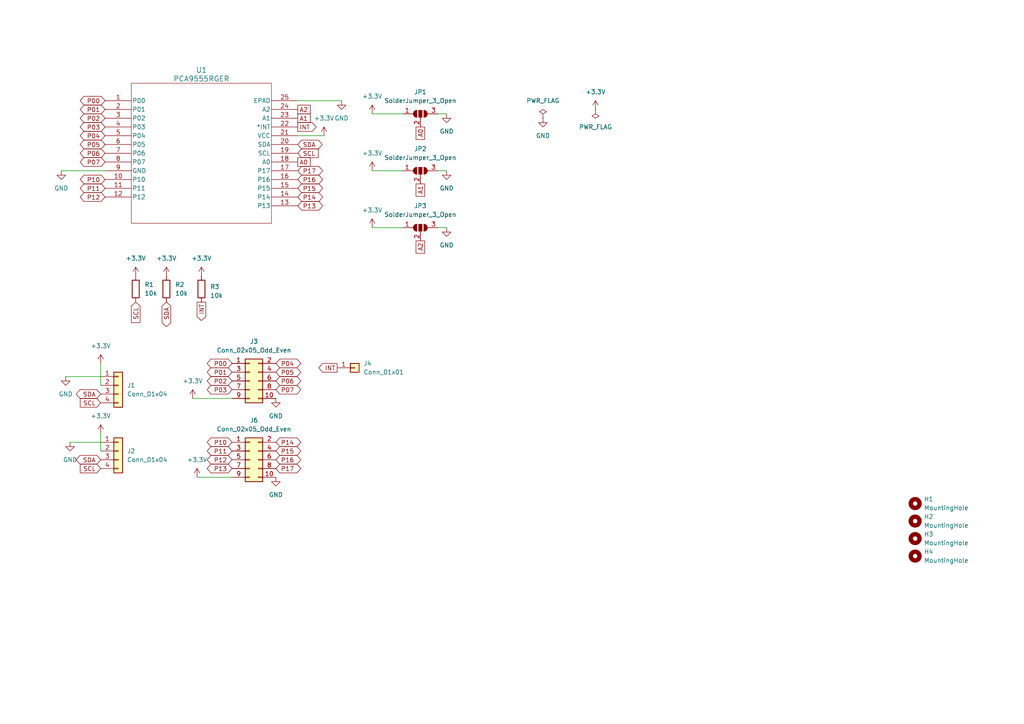
<source format=kicad_sch>
(kicad_sch (version 20230121) (generator eeschema)
  (paper "A4")
  (title_block (title "16pin GPIO Expander") (date "2022-09-23") (rev "1") (company "Because I'm Clever"))
  (lib_symbols
    (symbol "Conn_02x05_Odd_Even_1" (pin_names (offset 1.016) hide)
      (property "Reference" "J" (at 1.27 7.62 0))
      (property "Value" "Conn_02x05_Odd_Even_1" (at 1.27 -7.62 0))
      (symbol "Conn_02x05_Odd_Even_1_1_1"
        (rectangle (start -1.27 -4.953) (end 0 -5.207) (stroke (width 0.1524)))
        (rectangle (start -1.27 -2.413) (end 0 -2.667) (stroke (width 0.1524)))
        (rectangle (start -1.27 0.127) (end 0 -0.127) (stroke (width 0.1524)))
        (rectangle (start -1.27 2.667) (end 0 2.413) (stroke (width 0.1524)))
        (rectangle (start -1.27 5.207) (end 0 4.953) (stroke (width 0.1524)))
        (rectangle (start -1.27 6.35) (end 3.81 -6.35) (stroke (width 0.254)) (fill (type background)))
        (rectangle (start 3.81 -4.953) (end 2.54 -5.207) (stroke (width 0.1524)))
        (rectangle (start 3.81 -2.413) (end 2.54 -2.667) (stroke (width 0.1524)))
        (rectangle (start 3.81 0.127) (end 2.54 -0.127) (stroke (width 0.1524)))
        (rectangle (start 3.81 2.667) (end 2.54 2.413) (stroke (width 0.1524)))
        (rectangle (start 3.81 5.207) (end 2.54 4.953) (stroke (width 0.1524)))
        (pin passive line (at -5.08 5.08 0) (length 3.81) (name "Pin_1") (number "1"))
        (pin passive line (at 7.62 -5.08 180) (length 3.81) (name "Pin_10") (number "10"))
        (pin passive line (at 7.62 5.08 180) (length 3.81) (name "Pin_2") (number "2"))
        (pin passive line (at -5.08 2.54 0) (length 3.81) (name "Pin_3") (number "3"))
        (pin passive line (at 7.62 2.54 180) (length 3.81) (name "Pin_4") (number "4"))
        (pin passive line (at -5.08 0 0) (length 3.81) (name "Pin_5") (number "5"))
        (pin passive line (at 7.62 0 180) (length 3.81) (name "Pin_6") (number "6"))
        (pin passive line (at -5.08 -2.54 0) (length 3.81) (name "Pin_7") (number "7"))
        (pin passive line (at 7.62 -2.54 180) (length 3.81) (name "Pin_8") (number "8"))
        (pin passive line (at -5.08 -5.08 0) (length 3.81) (name "Pin_9") (number "9"))
      )
    )
    (symbol "Connector_Generic:Conn_01x01" (pin_names (offset 1.016) hide)
      (property "Reference" "J" (at 0 2.54 0))
      (property "Value" "Conn_01x01" (at 0 -2.54 0))
      (symbol "Conn_01x01_1_1"
        (rectangle (start -1.27 0.127) (end 0 -0.127) (stroke (width 0.1524)))
        (rectangle (start -1.27 1.27) (end 1.27 -1.27) (stroke (width 0.254)) (fill (type background)))
        (pin passive line (at -5.08 0 0) (length 3.81) (name "Pin_1") (number "1"))
      )
    )
    (symbol "Connector_Generic:Conn_01x04" (pin_names (offset 1.016) hide)
      (property "Reference" "J" (at 0 5.08 0))
      (property "Value" "Conn_01x04" (at 0 -7.62 0))
      (symbol "Conn_01x04_1_1"
        (rectangle (start -1.27 -4.953) (end 0 -5.207) (stroke (width 0.1524)))
        (rectangle (start -1.27 -2.413) (end 0 -2.667) (stroke (width 0.1524)))
        (rectangle (start -1.27 0.127) (end 0 -0.127) (stroke (width 0.1524)))
        (rectangle (start -1.27 2.667) (end 0 2.413) (stroke (width 0.1524)))
        (rectangle (start -1.27 3.81) (end 1.27 -6.35) (stroke (width 0.254)) (fill (type background)))
        (pin passive line (at -5.08 2.54 0) (length 3.81) (name "Pin_1") (number "1"))
        (pin passive line (at -5.08 0 0) (length 3.81) (name "Pin_2") (number "2"))
        (pin passive line (at -5.08 -2.54 0) (length 3.81) (name "Pin_3") (number "3"))
        (pin passive line (at -5.08 -5.08 0) (length 3.81) (name "Pin_4") (number "4"))
      )
    )
    (symbol "Connector_Generic:Conn_02x05_Odd_Even" (pin_names (offset 1.016) hide)
      (property "Reference" "J" (at 1.27 7.62 0))
      (property "Value" "Conn_02x05_Odd_Even" (at 1.27 -7.62 0))
      (symbol "Conn_02x05_Odd_Even_1_1"
        (rectangle (start -1.27 -4.953) (end 0 -5.207) (stroke (width 0.1524)))
        (rectangle (start -1.27 -2.413) (end 0 -2.667) (stroke (width 0.1524)))
        (rectangle (start -1.27 0.127) (end 0 -0.127) (stroke (width 0.1524)))
        (rectangle (start -1.27 2.667) (end 0 2.413) (stroke (width 0.1524)))
        (rectangle (start -1.27 5.207) (end 0 4.953) (stroke (width 0.1524)))
        (rectangle (start -1.27 6.35) (end 3.81 -6.35) (stroke (width 0.254)) (fill (type background)))
        (rectangle (start 3.81 -4.953) (end 2.54 -5.207) (stroke (width 0.1524)))
        (rectangle (start 3.81 -2.413) (end 2.54 -2.667) (stroke (width 0.1524)))
        (rectangle (start 3.81 0.127) (end 2.54 -0.127) (stroke (width 0.1524)))
        (rectangle (start 3.81 2.667) (end 2.54 2.413) (stroke (width 0.1524)))
        (rectangle (start 3.81 5.207) (end 2.54 4.953) (stroke (width 0.1524)))
        (pin passive line (at -5.08 5.08 0) (length 3.81) (name "Pin_1") (number "1"))
        (pin passive line (at 7.62 -5.08 180) (length 3.81) (name "Pin_10") (number "10"))
        (pin passive line (at 7.62 5.08 180) (length 3.81) (name "Pin_2") (number "2"))
        (pin passive line (at -5.08 2.54 0) (length 3.81) (name "Pin_3") (number "3"))
        (pin passive line (at 7.62 2.54 180) (length 3.81) (name "Pin_4") (number "4"))
        (pin passive line (at -5.08 0 0) (length 3.81) (name "Pin_5") (number "5"))
        (pin passive line (at 7.62 0 180) (length 3.81) (name "Pin_6") (number "6"))
        (pin passive line (at -5.08 -2.54 0) (length 3.81) (name "Pin_7") (number "7"))
        (pin passive line (at 7.62 -2.54 180) (length 3.81) (name "Pin_8") (number "8"))
        (pin passive line (at -5.08 -5.08 0) (length 3.81) (name "Pin_9") (number "9"))
      )
    )
    (symbol "Device:R" (pin_numbers hide) (pin_names (offset 0))
      (property "Reference" "R" (at 2.032 0 90))
      (property "Value" "R" (at 0 0 90))
      (symbol "R_0_1"
        (rectangle (start -1.016 -2.54) (end 1.016 2.54) (stroke (width 0.254)))
      )
      (symbol "R_1_1"
        (pin passive line (at 0 3.81 270) (length 1.27) (name "~") (number "1"))
        (pin passive line (at 0 -3.81 90) (length 1.27) (name "~") (number "2"))
      )
    )
    (symbol "GND_1" (power) (pin_names (offset 0))
      (property "Value" "GND_1" (at 0 -3.81 0))
      (symbol "GND_1_0_1"
        (polyline (pts (xy 0 0) (xy 0 -1.27) (xy 1.27 -1.27) (xy 0 -2.54) (xy -1.27 -1.27) (xy 0 -1.27)))
      )
      (symbol "GND_1_1_1"
        (pin power_in line (at 0 0 270) (length 0) hide (name "GND") (number "1"))
      )
    )
    (symbol "Jumper:SolderJumper_3_Open" (pin_names (offset 0) hide)
      (property "Reference" "JP" (at -2.54 -2.54 0))
      (property "Value" "SolderJumper_3_Open" (at 0 2.794 0))
      (symbol "SolderJumper_3_Open_0_1"
        (arc (start -1.016 1.016) (mid -2.0276 0) (end -1.016 -1.016))
        (arc (start -1.016 1.016) (mid -2.0276 0) (end -1.016 -1.016) (fill (type outline)))
        (rectangle (start -0.508 1.016) (end 0.508 -1.016) (fill (type outline)))
        (polyline (pts (xy -2.54 0) (xy -2.032 0)))
        (polyline (pts (xy -1.016 1.016) (xy -1.016 -1.016)))
        (polyline (pts (xy 0 -1.27) (xy 0 -1.016)))
        (polyline (pts (xy 1.016 1.016) (xy 1.016 -1.016)))
        (polyline (pts (xy 2.54 0) (xy 2.032 0)))
        (arc (start 1.016 -1.016) (mid 2.0276 0) (end 1.016 1.016))
        (arc (start 1.016 -1.016) (mid 2.0276 0) (end 1.016 1.016) (fill (type outline)))
      )
      (symbol "SolderJumper_3_Open_1_1"
        (pin passive line (at -5.08 0 0) (length 2.54) (name "A") (number "1"))
        (pin passive line (at 0 -3.81 90) (length 2.54) (name "C") (number "2"))
        (pin passive line (at 5.08 0 180) (length 2.54) (name "B") (number "3"))
      )
    )
    (symbol "Mechanical:MountingHole" (pin_names (offset 1.016))
      (property "Reference" "H" (at 0 5.08 0))
      (property "Value" "MountingHole" (at 0 3.175 0))
      (symbol "MountingHole_0_1"
        (circle (center 0 0) (radius 1.27) (stroke (width 1.27)))
      )
    )
    (symbol "PCA9555RGER:PCA9555RGER" (pin_names (offset 0.254))
      (property "Reference" "U" (at 27.94 10.16 0))
      (property "Value" "PCA9555RGER" (at 27.94 7.62 0))
      (symbol "PCA9555RGER_0_1"
        (polyline (pts (xy 7.62 -35.56) (xy 48.26 -35.56)) (stroke (width 0.127)))
        (polyline (pts (xy 7.62 5.08) (xy 7.62 -35.56)) (stroke (width 0.127)))
        (polyline (pts (xy 48.26 -35.56) (xy 48.26 5.08)) (stroke (width 0.127)))
        (polyline (pts (xy 48.26 5.08) (xy 7.62 5.08)) (stroke (width 0.127)))
        (pin bidirectional line (at 0 0 0) (length 7.62) (name "P00") (number "1"))
        (pin bidirectional line (at 0 -22.86 0) (length 7.62) (name "P10") (number "10"))
        (pin bidirectional line (at 0 -25.4 0) (length 7.62) (name "P11") (number "11"))
        (pin bidirectional line (at 0 -27.94 0) (length 7.62) (name "P12") (number "12"))
        (pin bidirectional line (at 55.88 -30.48 180) (length 7.62) (name "P13") (number "13"))
        (pin bidirectional line (at 55.88 -27.94 180) (length 7.62) (name "P14") (number "14"))
        (pin bidirectional line (at 55.88 -25.4 180) (length 7.62) (name "P15") (number "15"))
        (pin bidirectional line (at 55.88 -22.86 180) (length 7.62) (name "P16") (number "16"))
        (pin bidirectional line (at 55.88 -20.32 180) (length 7.62) (name "P17") (number "17"))
        (pin input line (at 55.88 -17.78 180) (length 7.62) (name "A0") (number "18"))
        (pin bidirectional line (at 55.88 -15.24 180) (length 7.62) (name "SCL") (number "19"))
        (pin bidirectional line (at 0 -2.54 0) (length 7.62) (name "P01") (number "2"))
        (pin bidirectional line (at 55.88 -12.7 180) (length 7.62) (name "SDA") (number "20"))
        (pin power_in line (at 55.88 -10.16 180) (length 7.62) (name "VCC") (number "21"))
        (pin output line (at 55.88 -7.62 180) (length 7.62) (name "*INT") (number "22"))
        (pin input line (at 55.88 -5.08 180) (length 7.62) (name "A1") (number "23"))
        (pin input line (at 55.88 -2.54 180) (length 7.62) (name "A2") (number "24"))
        (pin power_in line (at 55.88 0 180) (length 7.62) (name "EPAD") (number "25"))
        (pin bidirectional line (at 0 -5.08 0) (length 7.62) (name "P02") (number "3"))
        (pin bidirectional line (at 0 -7.62 0) (length 7.62) (name "P03") (number "4"))
        (pin bidirectional line (at 0 -10.16 0) (length 7.62) (name "P04") (number "5"))
        (pin bidirectional line (at 0 -12.7 0) (length 7.62) (name "P05") (number "6"))
        (pin bidirectional line (at 0 -15.24 0) (length 7.62) (name "P06") (number "7"))
        (pin bidirectional line (at 0 -17.78 0) (length 7.62) (name "P07") (number "8"))
        (pin power_in line (at 0 -20.32 0) (length 7.62) (name "GND") (number "9"))
      )
    )
    (symbol "power:+3.3V" (power) (pin_names (offset 0))
      (property "Value" "+3.3V" (at 0 3.556 0))
      (symbol "+3.3V_0_1"
        (polyline (pts (xy -0.762 1.27) (xy 0 2.54)))
        (polyline (pts (xy 0 0) (xy 0 2.54)))
        (polyline (pts (xy 0 2.54) (xy 0.762 1.27)))
      )
      (symbol "+3.3V_1_1"
        (pin power_in line (at 0 0 90) (length 0) hide (name "+3.3V") (number "1"))
      )
    )
    (symbol "power:GND" (power) (pin_names (offset 0))
      (property "Value" "GND" (at 0 -3.81 0))
      (symbol "GND_0_1"
        (polyline (pts (xy 0 0) (xy 0 -1.27) (xy 1.27 -1.27) (xy 0 -2.54) (xy -1.27 -1.27) (xy 0 -1.27)))
      )
      (symbol "GND_1_1"
        (pin power_in line (at 0 0 270) (length 0) hide (name "GND") (number "1"))
      )
    )
    (symbol "power:PWR_FLAG" (power) (pin_numbers hide) (pin_names (offset 0) hide)
      (property "Value" "PWR_FLAG" (at 0 3.81 0))
      (symbol "PWR_FLAG_0_0"
        (pin power_out line (at 0 0 90) (length 0) (name "pwr") (number "1"))
      )
      (symbol "PWR_FLAG_0_1"
        (polyline (pts (xy 0 0) (xy 0 1.27) (xy -1.016 1.905) (xy 0 2.54) (xy 1.016 1.905) (xy 0 1.27)))
      )
    )
  )
  (wire (pts (xy 107.95 33.02) (xy 116.84 33.02)))
  (wire (pts (xy 129.54 66.04) (xy 127 66.04)))
  (wire (pts (xy 19.05 109.22) (xy 29.21 109.22)))
  (wire (pts (xy 29.21 105.41) (xy 29.21 111.76)))
  (wire (pts (xy 29.21 125.73) (xy 29.21 130.81)))
  (wire (pts (xy 17.78 49.53) (xy 30.48 49.53)))
  (wire (pts (xy 99.06 29.21) (xy 86.36 29.21)))
  (wire (pts (xy 129.54 49.53) (xy 127 49.53)))
  (wire (pts (xy 20.32 128.27) (xy 29.21 128.27)))
  (wire (pts (xy 57.15 138.43) (xy 67.31 138.43)))
  (wire (pts (xy 107.95 66.04) (xy 116.84 66.04)))
  (wire (pts (xy 55.88 115.57) (xy 67.31 115.57)))
  (wire (pts (xy 93.98 39.37) (xy 86.36 39.37)))
  (wire (pts (xy 129.54 33.02) (xy 127 33.02)))
  (wire (pts (xy 107.95 49.53) (xy 116.84 49.53)))
  (global_label "P10" (shape bidirectional) (at 67.31 128.27 180) (property "Intersheetrefs" "${INTERSHEET_REFS}" (effects hide)))
  (global_label "A1" (shape passive) (at 86.36 34.29 0) (property "Intersheetrefs" "${INTERSHEET_REFS}" (effects hide)))
  (global_label "P15" (shape bidirectional) (at 86.36 54.61 0) (property "Intersheetrefs" "${INTERSHEET_REFS}" (effects hide)))
  (global_label "P14" (shape bidirectional) (at 86.36 57.15 0) (property "Intersheetrefs" "${INTERSHEET_REFS}" (effects hide)))
  (global_label "P00" (shape bidirectional) (at 30.48 29.21 180) (property "Intersheetrefs" "${INTERSHEET_REFS}" (effects hide)))
  (global_label "SCL" (shape input) (at 86.36 44.45 0) (property "Intersheetrefs" "${INTERSHEET_REFS}" (effects hide)))
  (global_label "P13" (shape bidirectional) (at 67.31 135.89 180) (property "Intersheetrefs" "${INTERSHEET_REFS}" (effects hide)))
  (global_label "SCL" (shape input) (at 29.21 116.84 180) (property "Intersheetrefs" "${INTERSHEET_REFS}" (effects hide)))
  (global_label "P14" (shape bidirectional) (at 80.01 128.27 0) (property "Intersheetrefs" "${INTERSHEET_REFS}" (effects hide)))
  (global_label "SDA" (shape bidirectional) (at 86.36 41.91 0) (property "Intersheetrefs" "${INTERSHEET_REFS}" (effects hide)))
  (global_label "P06" (shape bidirectional) (at 80.01 110.49 0) (property "Intersheetrefs" "${INTERSHEET_REFS}" (effects hide)))
  (global_label "P11" (shape bidirectional) (at 30.48 54.61 180) (property "Intersheetrefs" "${INTERSHEET_REFS}" (effects hide)))
  (global_label "SCL" (shape input) (at 29.21 135.89 180) (property "Intersheetrefs" "${INTERSHEET_REFS}" (effects hide)))
  (global_label "P06" (shape bidirectional) (at 30.48 44.45 180) (property "Intersheetrefs" "${INTERSHEET_REFS}" (effects hide)))
  (global_label "P12" (shape bidirectional) (at 67.31 133.35 180) (property "Intersheetrefs" "${INTERSHEET_REFS}" (effects hide)))
  (global_label "P16" (shape bidirectional) (at 86.36 52.07 0) (property "Intersheetrefs" "${INTERSHEET_REFS}" (effects hide)))
  (global_label "P04" (shape bidirectional) (at 80.01 105.41 0) (property "Intersheetrefs" "${INTERSHEET_REFS}" (effects hide)))
  (global_label "INT" (shape output) (at 58.42 87.63 270) (property "Intersheetrefs" "${INTERSHEET_REFS}" (effects hide)))
  (global_label "P16" (shape bidirectional) (at 80.01 133.35 0) (property "Intersheetrefs" "${INTERSHEET_REFS}" (effects hide)))
  (global_label "SDA" (shape bidirectional) (at 29.21 114.3 180) (property "Intersheetrefs" "${INTERSHEET_REFS}" (effects hide)))
  (global_label "P03" (shape bidirectional) (at 67.31 113.03 180) (property "Intersheetrefs" "${INTERSHEET_REFS}" (effects hide)))
  (global_label "A2" (shape passive) (at 121.92 69.85 270) (property "Intersheetrefs" "${INTERSHEET_REFS}" (effects hide)))
  (global_label "P02" (shape bidirectional) (at 30.48 34.29 180) (property "Intersheetrefs" "${INTERSHEET_REFS}" (effects hide)))
  (global_label "P10" (shape bidirectional) (at 30.48 52.07 180) (property "Intersheetrefs" "${INTERSHEET_REFS}" (effects hide)))
  (global_label "P12" (shape bidirectional) (at 30.48 57.15 180) (property "Intersheetrefs" "${INTERSHEET_REFS}" (effects hide)))
  (global_label "P02" (shape bidirectional) (at 67.31 110.49 180) (property "Intersheetrefs" "${INTERSHEET_REFS}" (effects hide)))
  (global_label "P17" (shape bidirectional) (at 80.01 135.89 0) (property "Intersheetrefs" "${INTERSHEET_REFS}" (effects hide)))
  (global_label "P13" (shape bidirectional) (at 86.36 59.69 0) (property "Intersheetrefs" "${INTERSHEET_REFS}" (effects hide)))
  (global_label "P05" (shape bidirectional) (at 30.48 41.91 180) (property "Intersheetrefs" "${INTERSHEET_REFS}" (effects hide)))
  (global_label "P04" (shape bidirectional) (at 30.48 39.37 180) (property "Intersheetrefs" "${INTERSHEET_REFS}" (effects hide)))
  (global_label "P03" (shape bidirectional) (at 30.48 36.83 180) (property "Intersheetrefs" "${INTERSHEET_REFS}" (effects hide)))
  (global_label "P00" (shape bidirectional) (at 67.31 105.41 180) (property "Intersheetrefs" "${INTERSHEET_REFS}" (effects hide)))
  (global_label "P01" (shape bidirectional) (at 30.48 31.75 180) (property "Intersheetrefs" "${INTERSHEET_REFS}" (effects hide)))
  (global_label "A0" (shape passive) (at 86.36 46.99 0) (property "Intersheetrefs" "${INTERSHEET_REFS}" (effects hide)))
  (global_label "SCL" (shape input) (at 39.37 87.63 270) (property "Intersheetrefs" "${INTERSHEET_REFS}" (effects hide)))
  (global_label "INT" (shape output) (at 97.79 106.68 180) (property "Intersheetrefs" "${INTERSHEET_REFS}" (effects hide)))
  (global_label "P15" (shape bidirectional) (at 80.01 130.81 0) (property "Intersheetrefs" "${INTERSHEET_REFS}" (effects hide)))
  (global_label "SDA" (shape bidirectional) (at 48.26 87.63 270) (property "Intersheetrefs" "${INTERSHEET_REFS}" (effects hide)))
  (global_label "P05" (shape bidirectional) (at 80.01 107.95 0) (property "Intersheetrefs" "${INTERSHEET_REFS}" (effects hide)))
  (global_label "SDA" (shape bidirectional) (at 29.21 133.35 180) (property "Intersheetrefs" "${INTERSHEET_REFS}" (effects hide)))
  (global_label "P07" (shape bidirectional) (at 30.48 46.99 180) (property "Intersheetrefs" "${INTERSHEET_REFS}" (effects hide)))
  (global_label "P07" (shape bidirectional) (at 80.01 113.03 0) (property "Intersheetrefs" "${INTERSHEET_REFS}" (effects hide)))
  (global_label "A0" (shape passive) (at 121.92 36.83 270) (property "Intersheetrefs" "${INTERSHEET_REFS}" (effects hide)))
  (global_label "A2" (shape passive) (at 86.36 31.75 0) (property "Intersheetrefs" "${INTERSHEET_REFS}" (effects hide)))
  (global_label "P17" (shape bidirectional) (at 86.36 49.53 0) (property "Intersheetrefs" "${INTERSHEET_REFS}" (effects hide)))
  (global_label "P11" (shape bidirectional) (at 67.31 130.81 180) (property "Intersheetrefs" "${INTERSHEET_REFS}" (effects hide)))
  (global_label "INT" (shape output) (at 86.36 36.83 0) (property "Intersheetrefs" "${INTERSHEET_REFS}" (effects hide)))
  (global_label "P01" (shape bidirectional) (at 67.31 107.95 180) (property "Intersheetrefs" "${INTERSHEET_REFS}" (effects hide)))
  (global_label "A1" (shape passive) (at 121.92 53.34 270) (property "Intersheetrefs" "${INTERSHEET_REFS}" (effects hide)))
  (symbol (lib_id "power:GND") (at 19.05 109.22 0) (unit 1)
    (property "Reference" "#PWR0102" (effects hide))
    (property "Value" "GND" (at 19.05 114.3 0))
  )
  (symbol (lib_id "power:+3.3V") (at 107.95 66.04 0) (unit 1)
    (property "Reference" "#PWR013" (effects hide))
    (property "Value" "+3.3V" (at 107.95 60.96 0))
  )
  (symbol (lib_id "Connector_Generic:Conn_01x04") (at 34.29 130.81 0) (unit 1)
    (property "Reference" "J2" (at 36.83 130.8099 0) (effects (justify left)))
    (property "Value" "Conn_01x04" (at 36.83 133.3499 0) (effects (justify left)))
    (property "Footprint" "Connector_JST:JST_SH_SM04B-SRSS-TB_1x04-1MP_P1.00mm_Horizontal" (effects hide))
  )
  (symbol (lib_id "power:GND") (at 157.48 34.29 0) (unit 1)
    (property "Reference" "#PWR0105" (effects hide))
    (property "Value" "GND" (at 157.48 39.37 0))
  )
  (symbol (lib_id "Jumper:SolderJumper_3_Open") (at 121.92 66.04 0) (unit 1)
    (property "Reference" "JP3" (at 121.92 59.69 0))
    (property "Value" "SolderJumper_3_Open" (at 121.92 62.23 0))
    (property "Footprint" "Jumper:SolderJumper-3_P1.3mm_Open_Pad1.0x1.5mm" (effects hide))
  )
  (symbol (lib_id "power:+3.3V") (at 29.21 105.41 0) (unit 1)
    (property "Reference" "#PWR0101" (effects hide))
    (property "Value" "+3.3V" (at 29.21 100.33 0))
  )
  (symbol (lib_id "power:+3.3V") (at 107.95 49.53 0) (unit 1)
    (property "Reference" "#PWR012" (effects hide))
    (property "Value" "+3.3V" (at 107.95 44.45 0))
  )
  (symbol (lib_id "Connector_Generic:Conn_01x04") (at 34.29 111.76 0) (unit 1)
    (property "Reference" "J1" (at 36.83 111.7599 0) (effects (justify left)))
    (property "Value" "Conn_01x04" (at 36.83 114.2999 0) (effects (justify left)))
    (property "Footprint" "Connector_JST:JST_SH_SM04B-SRSS-TB_1x04-1MP_P1.00mm_Horizontal" (effects hide))
  )
  (symbol (lib_id "Device:R") (at 39.37 83.82 0) (unit 1)
    (property "Reference" "R1" (at 41.91 82.5499 0) (effects (justify left)))
    (property "Value" "10k" (at 41.91 85.0899 0) (effects (justify left)))
    (property "Footprint" "Resistor_SMD:R_0805_2012Metric_Pad1.20x1.40mm_HandSolder" (effects hide))
  )
  (symbol (lib_name "GND_1") (lib_id "power:GND") (at 99.06 29.21 0) (unit 1)
    (property "Reference" "#PWR017" (effects hide))
    (property "Value" "GND" (at 99.06 34.29 0))
  )
  (symbol (lib_id "power:GND") (at 80.01 115.57 0) (unit 1)
    (property "Reference" "#PWR010" (effects hide))
    (property "Value" "GND" (at 80.01 120.65 0))
  )
  (symbol (lib_id "power:+3.3V") (at 107.95 33.02 0) (unit 1)
    (property "Reference" "#PWR011" (effects hide))
    (property "Value" "+3.3V" (at 107.95 27.94 0))
  )
  (symbol (lib_id "power:GND") (at 129.54 66.04 0) (unit 1)
    (property "Reference" "#PWR016" (effects hide))
    (property "Value" "GND" (at 129.54 71.12 0))
  )
  (symbol (lib_id "power:GND") (at 129.54 33.02 0) (unit 1)
    (property "Reference" "#PWR014" (effects hide))
    (property "Value" "GND" (at 129.54 38.1 0))
  )
  (symbol (lib_id "power:GND") (at 20.32 128.27 0) (unit 1)
    (property "Reference" "#PWR0103" (effects hide))
    (property "Value" "GND" (at 20.32 133.35 0))
  )
  (symbol (lib_id "power:GND") (at 80.01 138.43 0) (unit 1)
    (property "Reference" "#PWR02" (effects hide))
    (property "Value" "GND" (at 80.01 143.51 0))
  )
  (symbol (lib_id "Device:R") (at 58.42 83.82 0) (unit 1)
    (property "Reference" "R3" (at 60.96 83.185 0) (effects (justify left)))
    (property "Value" "10k" (at 60.96 85.725 0) (effects (justify left)))
    (property "Footprint" "Resistor_SMD:R_0805_2012Metric_Pad1.20x1.40mm_HandSolder" (effects hide))
  )
  (symbol (lib_id "power:+3.3V") (at 93.98 39.37 0) (unit 1)
    (property "Reference" "#PWR05" (effects hide))
    (property "Value" "+3.3V" (at 93.98 34.29 0))
  )
  (symbol (lib_id "Mechanical:MountingHole") (at 265.43 156.21 0) (unit 1)
    (property "Reference" "H3" (at 267.97 154.9399 0) (effects (justify left)))
    (property "Value" "MountingHole" (at 267.97 157.4799 0) (effects (justify left)))
    (property "Footprint" "MountingHole:MountingHole_2.5mm" (effects hide))
  )
  (symbol (lib_id "power:+3.3V") (at 39.37 80.01 0) (unit 1)
    (property "Reference" "#PWR06" (effects hide))
    (property "Value" "+3.3V" (at 39.37 74.93 0))
  )
  (symbol (lib_id "Mechanical:MountingHole") (at 265.43 151.13 0) (unit 1)
    (property "Reference" "H2" (at 267.97 149.8599 0) (effects (justify left)))
    (property "Value" "MountingHole" (at 267.97 152.3999 0) (effects (justify left)))
    (property "Footprint" "MountingHole:MountingHole_2.5mm" (effects hide))
  )
  (symbol (lib_id "Device:R") (at 48.26 83.82 0) (unit 1)
    (property "Reference" "R2" (at 50.8 82.5499 0) (effects (justify left)))
    (property "Value" "10k" (at 50.8 85.0899 0) (effects (justify left)))
    (property "Footprint" "Resistor_SMD:R_0805_2012Metric_Pad1.20x1.40mm_HandSolder" (effects hide))
  )
  (symbol (lib_id "Jumper:SolderJumper_3_Open") (at 121.92 33.02 0) (unit 1)
    (property "Reference" "JP1" (at 121.92 26.67 0))
    (property "Value" "SolderJumper_3_Open" (at 121.92 29.21 0))
    (property "Footprint" "Jumper:SolderJumper-3_P1.3mm_Open_Pad1.0x1.5mm" (effects hide))
  )
  (symbol (lib_id "power:+3.3V") (at 57.15 138.43 0) (unit 1)
    (property "Reference" "#PWR01" (effects hide))
    (property "Value" "+3.3V" (at 57.15 133.35 0))
  )
  (symbol (lib_id "power:+3.3V") (at 48.26 80.01 0) (unit 1)
    (property "Reference" "#PWR07" (effects hide))
    (property "Value" "+3.3V" (at 48.26 74.93 0))
  )
  (symbol (lib_id "Mechanical:MountingHole") (at 265.43 161.29 0) (unit 1)
    (property "Reference" "H4" (at 267.97 160.0199 0) (effects (justify left)))
    (property "Value" "MountingHole" (at 267.97 162.5599 0) (effects (justify left)))
    (property "Footprint" "MountingHole:MountingHole_2.5mm" (effects hide))
  )
  (symbol (lib_id "Mechanical:MountingHole") (at 265.43 146.05 0) (unit 1)
    (property "Reference" "H1" (at 267.97 144.7799 0) (effects (justify left)))
    (property "Value" "MountingHole" (at 267.97 147.3199 0) (effects (justify left)))
    (property "Footprint" "MountingHole:MountingHole_2.5mm" (effects hide))
  )
  (symbol (lib_id "power:+3.3V") (at 172.72 31.75 0) (unit 1)
    (property "Reference" "#PWR04" (effects hide))
    (property "Value" "+3.3V" (at 172.72 26.67 0))
  )
  (symbol (lib_id "Connector_Generic:Conn_02x05_Odd_Even") (at 72.39 133.35 0) (unit 1)
    (property "Reference" "J6" (at 73.66 121.92 0))
    (property "Value" "Conn_02x05_Odd_Even" (at 73.66 124.46 0))
    (property "Footprint" "Connector_PinHeader_2.54mm:PinHeader_2x05_P2.54mm_Vertical" (effects hide))
  )
  (symbol (lib_id "power:PWR_FLAG") (at 157.48 34.29 0) (unit 1)
    (property "Reference" "#FLG0101" (effects hide))
    (property "Value" "PWR_FLAG" (at 157.48 29.21 0))
  )
  (symbol (lib_id "power:+3.3V") (at 55.88 115.57 0) (unit 1)
    (property "Reference" "#PWR09" (effects hide))
    (property "Value" "+3.3V" (at 55.88 110.49 0))
  )
  (symbol (lib_id "PCA9555RGER:PCA9555RGER") (at 30.48 29.21 0) (unit 1)
    (property "Reference" "U1" (at 58.42 20.32 0) (effects (font (size 1.524 1.524))))
    (property "Value" "PCA9555RGER" (at 58.42 22.86 0) (effects (font (size 1.524 1.524))))
    (property "Footprint" "PCA9555RGER:RGE24_2P1X2P1" (effects hide))
    (property "Datasheet" "PCA9555RGER" (effects hide))
  )
  (symbol (lib_name "Conn_02x05_Odd_Even_1") (lib_id "Connector_Generic:Conn_02x05_Odd_Even") (at 72.39 110.49 0) (unit 1)
    (property "Reference" "J3" (at 73.66 99.06 0))
    (property "Value" "Conn_02x05_Odd_Even" (at 73.66 101.6 0))
    (property "Footprint" "Connector_PinHeader_2.54mm:PinHeader_2x05_P2.54mm_Vertical" (effects hide))
  )
  (symbol (lib_id "Jumper:SolderJumper_3_Open") (at 121.92 49.53 0) (unit 1)
    (property "Reference" "JP2" (at 121.92 43.18 0))
    (property "Value" "SolderJumper_3_Open" (at 121.92 45.72 0))
    (property "Footprint" "Jumper:SolderJumper-3_P1.3mm_Open_Pad1.0x1.5mm" (effects hide))
  )
  (symbol (lib_id "power:GND") (at 17.78 49.53 0) (unit 1)
    (property "Reference" "#PWR03" (effects hide))
    (property "Value" "GND" (at 17.78 54.61 0))
  )
  (symbol (lib_id "power:+3.3V") (at 58.42 80.01 0) (unit 1)
    (property "Reference" "#PWR08" (effects hide))
    (property "Value" "+3.3V" (at 58.42 74.93 0))
  )
  (symbol (lib_id "Connector_Generic:Conn_01x01") (at 102.87 106.68 0) (unit 1)
    (property "Reference" "J4" (at 105.41 105.4099 0) (effects (justify left)))
    (property "Value" "Conn_01x01" (at 105.41 107.9499 0) (effects (justify left)))
    (property "Footprint" "Connector_PinHeader_2.54mm:PinHeader_1x01_P2.54mm_Vertical" (effects hide))
  )
  (symbol (lib_id "power:+3.3V") (at 29.21 125.73 0) (unit 1)
    (property "Reference" "#PWR0104" (effects hide))
    (property "Value" "+3.3V" (at 29.21 120.65 0))
  )
  (symbol (lib_id "power:GND") (at 129.54 49.53 0) (unit 1)
    (property "Reference" "#PWR015" (effects hide))
    (property "Value" "GND" (at 129.54 54.61 0))
  )
  (symbol (lib_id "power:PWR_FLAG") (at 172.72 31.75 180) (unit 1)
    (property "Reference" "#FLG01" (effects hide))
    (property "Value" "PWR_FLAG" (at 172.72 36.83 0))
  )
)
</source>
